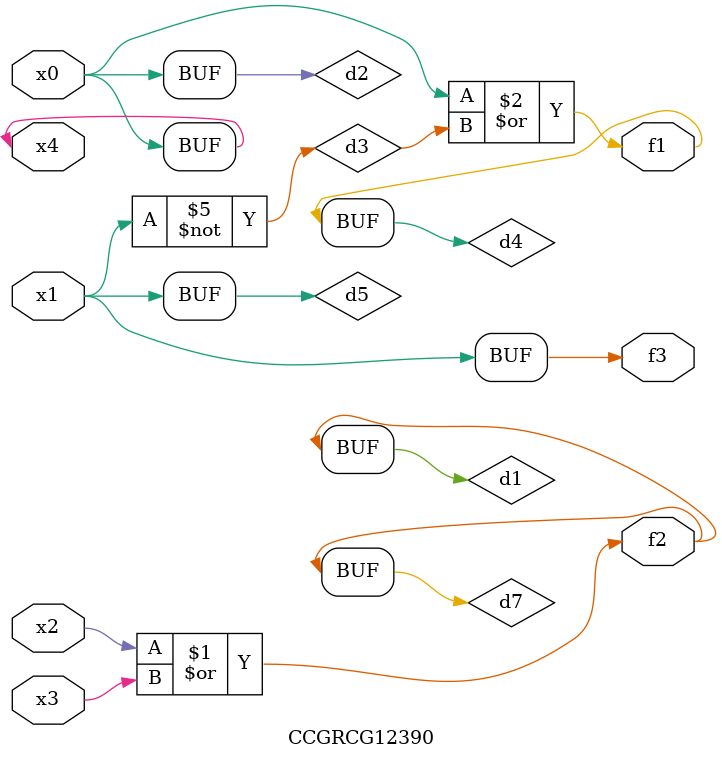
<source format=v>
module CCGRCG12390(
	input x0, x1, x2, x3, x4,
	output f1, f2, f3
);

	wire d1, d2, d3, d4, d5, d6, d7;

	or (d1, x2, x3);
	buf (d2, x0, x4);
	not (d3, x1);
	or (d4, d2, d3);
	not (d5, d3);
	nand (d6, d1, d3);
	or (d7, d1);
	assign f1 = d4;
	assign f2 = d7;
	assign f3 = d5;
endmodule

</source>
